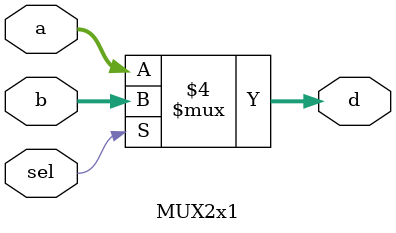
<source format=v>
module MUX2x1#(parameter WIDTH = 2)(a, b, sel, d);
	
	input [WIDTH-1:0] a, b;
    input sel;
    output reg [WIDTH-1:0] d;

    always @(sel, a, b) begin
        if (sel == 1) begin
            d <= b;
        end 
        else begin
            d <= a;
        end
    end

endmodule

// MUX2x1 needs to be tested
</source>
